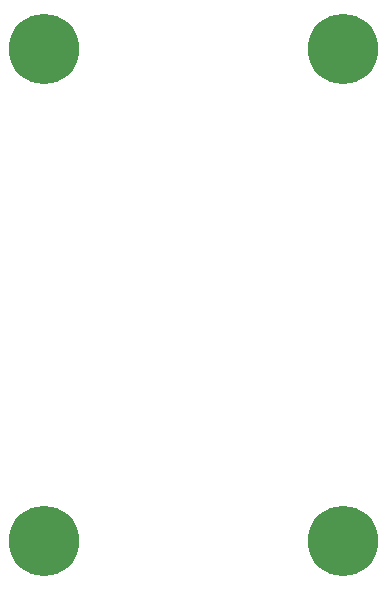
<source format=gbr>
G04 EAGLE Gerber RS-274X export*
G75*
%MOMM*%
%FSLAX34Y34*%
%LPD*%
%INSoldermask Top*%
%IPPOS*%
%AMOC8*
5,1,8,0,0,1.08239X$1,22.5*%
G01*
%ADD10C,5.952400*%


D10*
X54610Y508000D03*
X307340Y508000D03*
X54610Y91440D03*
X307340Y91440D03*
M02*

</source>
